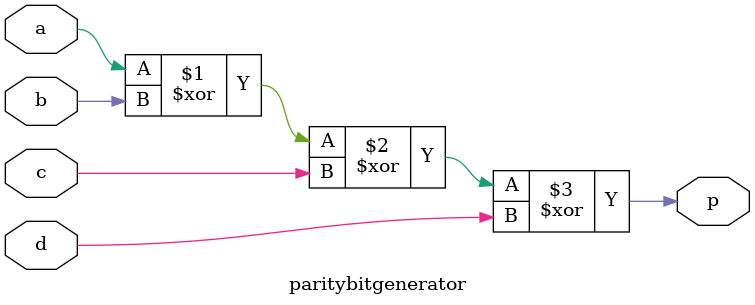
<source format=v>
`timescale 1ns/1ps

module paritybitgenerator(a,b,c,d,p);
    input a,b,c,d;
    output p;

    assign p=(((a^b)^c)^d);

endmodule
</source>
